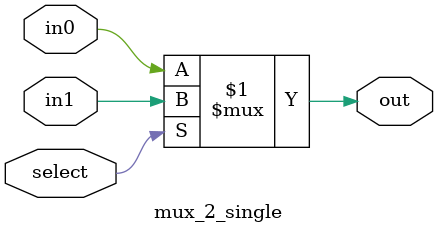
<source format=v>
module mux_2_single(out, select, in0, in1);

    input select;
    input in0, in1;
    output out;
    assign out = select ? in1 : in0;
    
endmodule

</source>
